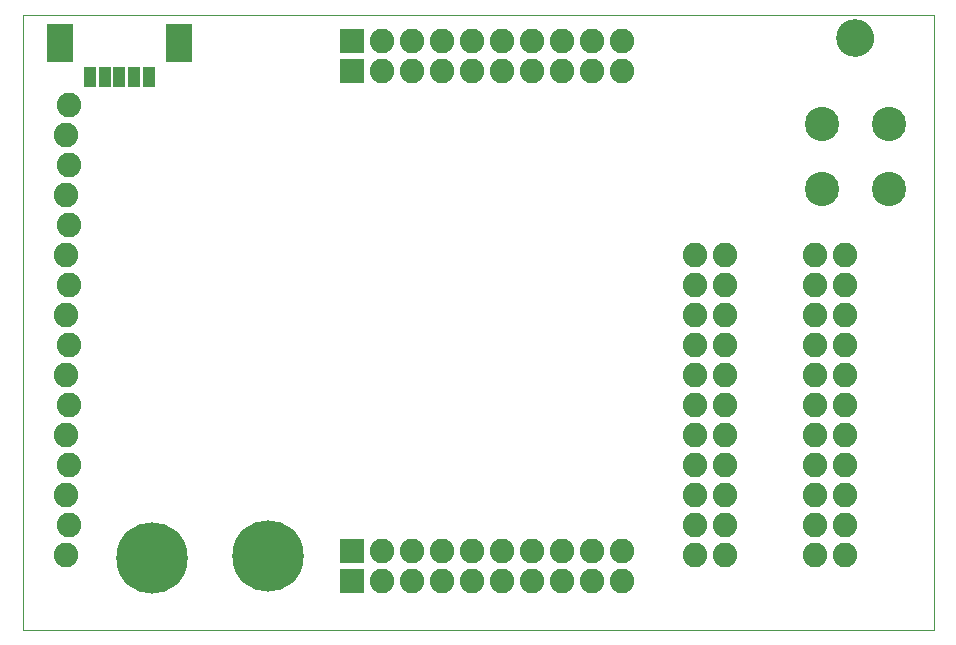
<source format=gbs>
G75*
%MOIN*%
%OFA0B0*%
%FSLAX25Y25*%
%IPPOS*%
%LPD*%
%AMOC8*
5,1,8,0,0,1.08239X$1,22.5*
%
%ADD10C,0.00000*%
%ADD11C,0.08200*%
%ADD12R,0.03950X0.07099*%
%ADD13R,0.09068X0.12611*%
%ADD14R,0.08200X0.08200*%
%ADD15C,0.23800*%
%ADD16C,0.12611*%
%ADD17C,0.11430*%
D10*
X0036217Y0028618D02*
X0036217Y0233579D01*
X0339918Y0233579D01*
X0339918Y0028618D01*
X0036217Y0028618D01*
X0307792Y0225862D02*
X0307794Y0226015D01*
X0307800Y0226169D01*
X0307810Y0226322D01*
X0307824Y0226474D01*
X0307842Y0226627D01*
X0307864Y0226778D01*
X0307889Y0226929D01*
X0307919Y0227080D01*
X0307953Y0227230D01*
X0307990Y0227378D01*
X0308031Y0227526D01*
X0308076Y0227672D01*
X0308125Y0227818D01*
X0308178Y0227962D01*
X0308234Y0228104D01*
X0308294Y0228245D01*
X0308358Y0228385D01*
X0308425Y0228523D01*
X0308496Y0228659D01*
X0308571Y0228793D01*
X0308648Y0228925D01*
X0308730Y0229055D01*
X0308814Y0229183D01*
X0308902Y0229309D01*
X0308993Y0229432D01*
X0309087Y0229553D01*
X0309185Y0229671D01*
X0309285Y0229787D01*
X0309389Y0229900D01*
X0309495Y0230011D01*
X0309604Y0230119D01*
X0309716Y0230224D01*
X0309830Y0230325D01*
X0309948Y0230424D01*
X0310067Y0230520D01*
X0310189Y0230613D01*
X0310314Y0230702D01*
X0310441Y0230789D01*
X0310570Y0230871D01*
X0310701Y0230951D01*
X0310834Y0231027D01*
X0310969Y0231100D01*
X0311106Y0231169D01*
X0311245Y0231234D01*
X0311385Y0231296D01*
X0311527Y0231354D01*
X0311670Y0231409D01*
X0311815Y0231460D01*
X0311961Y0231507D01*
X0312108Y0231550D01*
X0312256Y0231589D01*
X0312405Y0231625D01*
X0312555Y0231656D01*
X0312706Y0231684D01*
X0312857Y0231708D01*
X0313010Y0231728D01*
X0313162Y0231744D01*
X0313315Y0231756D01*
X0313468Y0231764D01*
X0313621Y0231768D01*
X0313775Y0231768D01*
X0313928Y0231764D01*
X0314081Y0231756D01*
X0314234Y0231744D01*
X0314386Y0231728D01*
X0314539Y0231708D01*
X0314690Y0231684D01*
X0314841Y0231656D01*
X0314991Y0231625D01*
X0315140Y0231589D01*
X0315288Y0231550D01*
X0315435Y0231507D01*
X0315581Y0231460D01*
X0315726Y0231409D01*
X0315869Y0231354D01*
X0316011Y0231296D01*
X0316151Y0231234D01*
X0316290Y0231169D01*
X0316427Y0231100D01*
X0316562Y0231027D01*
X0316695Y0230951D01*
X0316826Y0230871D01*
X0316955Y0230789D01*
X0317082Y0230702D01*
X0317207Y0230613D01*
X0317329Y0230520D01*
X0317448Y0230424D01*
X0317566Y0230325D01*
X0317680Y0230224D01*
X0317792Y0230119D01*
X0317901Y0230011D01*
X0318007Y0229900D01*
X0318111Y0229787D01*
X0318211Y0229671D01*
X0318309Y0229553D01*
X0318403Y0229432D01*
X0318494Y0229309D01*
X0318582Y0229183D01*
X0318666Y0229055D01*
X0318748Y0228925D01*
X0318825Y0228793D01*
X0318900Y0228659D01*
X0318971Y0228523D01*
X0319038Y0228385D01*
X0319102Y0228245D01*
X0319162Y0228104D01*
X0319218Y0227962D01*
X0319271Y0227818D01*
X0319320Y0227672D01*
X0319365Y0227526D01*
X0319406Y0227378D01*
X0319443Y0227230D01*
X0319477Y0227080D01*
X0319507Y0226929D01*
X0319532Y0226778D01*
X0319554Y0226627D01*
X0319572Y0226474D01*
X0319586Y0226322D01*
X0319596Y0226169D01*
X0319602Y0226015D01*
X0319604Y0225862D01*
X0319602Y0225709D01*
X0319596Y0225555D01*
X0319586Y0225402D01*
X0319572Y0225250D01*
X0319554Y0225097D01*
X0319532Y0224946D01*
X0319507Y0224795D01*
X0319477Y0224644D01*
X0319443Y0224494D01*
X0319406Y0224346D01*
X0319365Y0224198D01*
X0319320Y0224052D01*
X0319271Y0223906D01*
X0319218Y0223762D01*
X0319162Y0223620D01*
X0319102Y0223479D01*
X0319038Y0223339D01*
X0318971Y0223201D01*
X0318900Y0223065D01*
X0318825Y0222931D01*
X0318748Y0222799D01*
X0318666Y0222669D01*
X0318582Y0222541D01*
X0318494Y0222415D01*
X0318403Y0222292D01*
X0318309Y0222171D01*
X0318211Y0222053D01*
X0318111Y0221937D01*
X0318007Y0221824D01*
X0317901Y0221713D01*
X0317792Y0221605D01*
X0317680Y0221500D01*
X0317566Y0221399D01*
X0317448Y0221300D01*
X0317329Y0221204D01*
X0317207Y0221111D01*
X0317082Y0221022D01*
X0316955Y0220935D01*
X0316826Y0220853D01*
X0316695Y0220773D01*
X0316562Y0220697D01*
X0316427Y0220624D01*
X0316290Y0220555D01*
X0316151Y0220490D01*
X0316011Y0220428D01*
X0315869Y0220370D01*
X0315726Y0220315D01*
X0315581Y0220264D01*
X0315435Y0220217D01*
X0315288Y0220174D01*
X0315140Y0220135D01*
X0314991Y0220099D01*
X0314841Y0220068D01*
X0314690Y0220040D01*
X0314539Y0220016D01*
X0314386Y0219996D01*
X0314234Y0219980D01*
X0314081Y0219968D01*
X0313928Y0219960D01*
X0313775Y0219956D01*
X0313621Y0219956D01*
X0313468Y0219960D01*
X0313315Y0219968D01*
X0313162Y0219980D01*
X0313010Y0219996D01*
X0312857Y0220016D01*
X0312706Y0220040D01*
X0312555Y0220068D01*
X0312405Y0220099D01*
X0312256Y0220135D01*
X0312108Y0220174D01*
X0311961Y0220217D01*
X0311815Y0220264D01*
X0311670Y0220315D01*
X0311527Y0220370D01*
X0311385Y0220428D01*
X0311245Y0220490D01*
X0311106Y0220555D01*
X0310969Y0220624D01*
X0310834Y0220697D01*
X0310701Y0220773D01*
X0310570Y0220853D01*
X0310441Y0220935D01*
X0310314Y0221022D01*
X0310189Y0221111D01*
X0310067Y0221204D01*
X0309948Y0221300D01*
X0309830Y0221399D01*
X0309716Y0221500D01*
X0309604Y0221605D01*
X0309495Y0221713D01*
X0309389Y0221824D01*
X0309285Y0221937D01*
X0309185Y0222053D01*
X0309087Y0222171D01*
X0308993Y0222292D01*
X0308902Y0222415D01*
X0308814Y0222541D01*
X0308730Y0222669D01*
X0308648Y0222799D01*
X0308571Y0222931D01*
X0308496Y0223065D01*
X0308425Y0223201D01*
X0308358Y0223339D01*
X0308294Y0223479D01*
X0308234Y0223620D01*
X0308178Y0223762D01*
X0308125Y0223906D01*
X0308076Y0224052D01*
X0308031Y0224198D01*
X0307990Y0224346D01*
X0307953Y0224494D01*
X0307919Y0224644D01*
X0307889Y0224795D01*
X0307864Y0224946D01*
X0307842Y0225097D01*
X0307824Y0225250D01*
X0307810Y0225402D01*
X0307800Y0225555D01*
X0307794Y0225709D01*
X0307792Y0225862D01*
D11*
X0235823Y0224760D03*
X0225823Y0224760D03*
X0215823Y0224760D03*
X0205823Y0224760D03*
X0195823Y0224760D03*
X0185823Y0224760D03*
X0175823Y0224760D03*
X0165823Y0224760D03*
X0155823Y0224760D03*
X0155823Y0214760D03*
X0165823Y0214760D03*
X0175823Y0214760D03*
X0185823Y0214760D03*
X0195823Y0214760D03*
X0205823Y0214760D03*
X0215823Y0214760D03*
X0225823Y0214760D03*
X0235823Y0214760D03*
X0260217Y0153618D03*
X0270217Y0153618D03*
X0270217Y0143618D03*
X0260217Y0143618D03*
X0260217Y0133618D03*
X0270217Y0133618D03*
X0270217Y0123618D03*
X0260217Y0123618D03*
X0260217Y0113618D03*
X0260217Y0103618D03*
X0270217Y0103618D03*
X0270217Y0113618D03*
X0270217Y0093618D03*
X0260217Y0093618D03*
X0260217Y0083618D03*
X0270217Y0083618D03*
X0270217Y0073618D03*
X0260217Y0073618D03*
X0260217Y0063618D03*
X0270217Y0063618D03*
X0270217Y0053618D03*
X0260217Y0053618D03*
X0235823Y0054760D03*
X0225823Y0054760D03*
X0215823Y0054760D03*
X0205823Y0054760D03*
X0195823Y0054760D03*
X0185823Y0054760D03*
X0175823Y0054760D03*
X0165823Y0054760D03*
X0155823Y0054760D03*
X0155823Y0044760D03*
X0165823Y0044760D03*
X0175823Y0044760D03*
X0185823Y0044760D03*
X0195823Y0044760D03*
X0205823Y0044760D03*
X0215823Y0044760D03*
X0225823Y0044760D03*
X0235823Y0044760D03*
X0300217Y0053618D03*
X0310217Y0053618D03*
X0310217Y0063618D03*
X0300217Y0063618D03*
X0300217Y0073618D03*
X0310217Y0073618D03*
X0310217Y0083618D03*
X0300217Y0083618D03*
X0300217Y0093618D03*
X0310217Y0093618D03*
X0310217Y0103618D03*
X0300217Y0103618D03*
X0300217Y0113618D03*
X0310217Y0113618D03*
X0310217Y0123618D03*
X0300217Y0123618D03*
X0300217Y0133618D03*
X0310217Y0133618D03*
X0310217Y0143618D03*
X0300217Y0143618D03*
X0300217Y0153618D03*
X0310217Y0153618D03*
X0051717Y0143618D03*
X0050717Y0133618D03*
X0051717Y0123618D03*
X0050717Y0113618D03*
X0051717Y0103618D03*
X0050717Y0093618D03*
X0051717Y0083618D03*
X0050717Y0073618D03*
X0051717Y0063618D03*
X0050717Y0053618D03*
X0050717Y0153618D03*
X0051717Y0163618D03*
X0050717Y0173618D03*
X0051717Y0183618D03*
X0050717Y0193618D03*
X0051717Y0203618D03*
D12*
X0058572Y0212713D03*
X0063493Y0212713D03*
X0068414Y0212713D03*
X0073335Y0212713D03*
X0078257Y0212713D03*
D13*
X0088296Y0224130D03*
X0048532Y0224130D03*
D14*
X0145823Y0224760D03*
X0145823Y0214760D03*
X0145823Y0054760D03*
X0145823Y0044760D03*
D15*
X0118107Y0053028D03*
X0079131Y0052634D03*
D16*
X0313698Y0225862D03*
D17*
X0324918Y0197122D03*
X0302477Y0197122D03*
X0302477Y0175469D03*
X0324918Y0175469D03*
M02*

</source>
